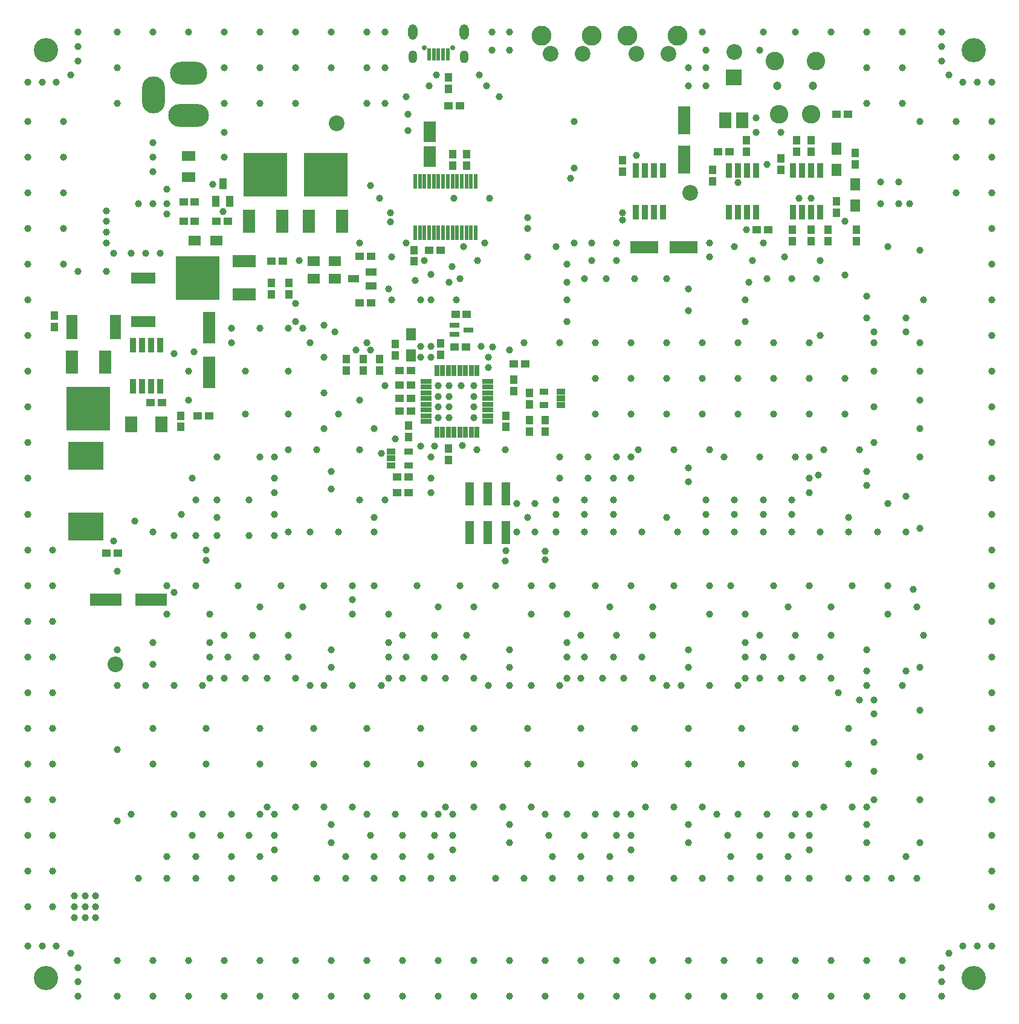
<source format=gts>
G04 #@! TF.GenerationSoftware,KiCad,Pcbnew,(5.0.0)*
G04 #@! TF.CreationDate,2018-09-01T12:46:00+09:00*
G04 #@! TF.ProjectId,LED_Board,4C45445F426F6172642E6B696361645F,rev?*
G04 #@! TF.SameCoordinates,PX4c4b400PY1312d00*
G04 #@! TF.FileFunction,Soldermask,Top*
G04 #@! TF.FilePolarity,Negative*
%FSLAX46Y46*%
G04 Gerber Fmt 4.6, Leading zero omitted, Abs format (unit mm)*
G04 Created by KiCad (PCBNEW (5.0.0)) date 09/01/18 12:46:00*
%MOMM*%
%LPD*%
G01*
G04 APERTURE LIST*
%ADD10C,2.200000*%
%ADD11C,3.400000*%
%ADD12R,1.400000X1.700000*%
%ADD13R,1.700000X1.400000*%
%ADD14R,1.700000X2.200000*%
%ADD15R,4.500000X1.800000*%
%ADD16R,1.200000X1.100000*%
%ADD17R,4.000000X1.800000*%
%ADD18R,1.800000X4.500000*%
%ADD19R,1.100000X1.200000*%
%ADD20R,1.800000X4.000000*%
%ADD21R,1.800000X2.900000*%
%ADD22R,0.600000X1.800000*%
%ADD23C,0.700000*%
%ADD24O,1.250000X1.800000*%
%ADD25O,1.290000X2.200000*%
%ADD26R,1.900000X1.400000*%
%ADD27O,5.200000X3.200000*%
%ADD28O,5.700000X3.200000*%
%ADD29O,3.200000X5.200000*%
%ADD30C,2.600000*%
%ADD31C,1.200000*%
%ADD32R,5.000000X4.000000*%
%ADD33R,1.200000X0.900000*%
%ADD34R,1.800000X3.200000*%
%ADD35R,6.200000X6.200000*%
%ADD36R,3.200000X1.800000*%
%ADD37R,1.000000X1.500000*%
%ADD38R,1.500000X1.000000*%
%ADD39R,3.500000X1.500000*%
%ADD40R,1.500000X3.500000*%
%ADD41R,1.800000X2.200000*%
%ADD42R,2.200000X2.200000*%
%ADD43C,2.800000*%
%ADD44R,0.900000X2.000000*%
%ADD45R,1.400000X0.800000*%
%ADD46R,0.600000X2.000000*%
%ADD47R,0.700000X1.600000*%
%ADD48R,1.600000X0.700000*%
%ADD49R,1.200000X3.300000*%
%ADD50C,1.000000*%
G04 APERTURE END LIST*
D10*
G04 #@! TO.C,*
X95250000Y-25000000D03*
G04 #@! TD*
D11*
G04 #@! TO.C,*
X5000000Y-135000000D03*
G04 #@! TD*
D12*
G04 #@! TO.C,D6*
X115800000Y-18800000D03*
X115800000Y-21800000D03*
G04 #@! TD*
G04 #@! TO.C,D7*
X118400000Y-23800000D03*
X118400000Y-26800000D03*
G04 #@! TD*
G04 #@! TO.C,D5*
X56200000Y-44800000D03*
X56200000Y-47800000D03*
G04 #@! TD*
D13*
G04 #@! TO.C,D1*
X45500000Y-37000000D03*
X42500000Y-37000000D03*
G04 #@! TD*
G04 #@! TO.C,D3*
X45500000Y-34600000D03*
X42500000Y-34600000D03*
G04 #@! TD*
G04 #@! TO.C,D2*
X25900000Y-31700000D03*
X28900000Y-31700000D03*
G04 #@! TD*
D14*
G04 #@! TO.C,D4*
X21200000Y-57400000D03*
X17000000Y-57400000D03*
G04 #@! TD*
D15*
G04 #@! TO.C,C1*
X19750000Y-82000000D03*
X13450000Y-82000000D03*
G04 #@! TD*
D16*
G04 #@! TO.C,C2*
X15100000Y-75500000D03*
X13500000Y-75500000D03*
G04 #@! TD*
D17*
G04 #@! TO.C,C3*
X94350000Y-32600000D03*
X88850000Y-32600000D03*
G04 #@! TD*
D18*
G04 #@! TO.C,C4*
X27900000Y-50150000D03*
X27900000Y-43850000D03*
G04 #@! TD*
D16*
G04 #@! TO.C,C5*
X50600000Y-33900000D03*
X49000000Y-33900000D03*
G04 #@! TD*
G04 #@! TO.C,C6*
X21300000Y-54400000D03*
X19700000Y-54400000D03*
G04 #@! TD*
D19*
G04 #@! TO.C,C7*
X85800000Y-20400000D03*
X85800000Y-22000000D03*
G04 #@! TD*
D20*
G04 #@! TO.C,C8*
X94400000Y-20350000D03*
X94400000Y-14850000D03*
G04 #@! TD*
D16*
G04 #@! TO.C,C9*
X62400000Y-42000000D03*
X64000000Y-42000000D03*
G04 #@! TD*
G04 #@! TO.C,C10*
X54600000Y-53800000D03*
X56200000Y-53800000D03*
G04 #@! TD*
G04 #@! TO.C,C11*
X54600000Y-55600000D03*
X56200000Y-55600000D03*
G04 #@! TD*
D19*
G04 #@! TO.C,C12*
X69500000Y-57800000D03*
X69500000Y-56200000D03*
G04 #@! TD*
D21*
G04 #@! TO.C,C13*
X58800000Y-16450000D03*
X58800000Y-19950000D03*
G04 #@! TD*
D19*
G04 #@! TO.C,C14*
X62000000Y-19600000D03*
X62000000Y-21200000D03*
G04 #@! TD*
D16*
G04 #@! TO.C,C15*
X60300000Y-33000000D03*
X58700000Y-33000000D03*
G04 #@! TD*
D19*
G04 #@! TO.C,C16*
X64000000Y-19600000D03*
X64000000Y-21200000D03*
G04 #@! TD*
G04 #@! TO.C,C17*
X75000000Y-56800000D03*
X75000000Y-58400000D03*
G04 #@! TD*
G04 #@! TO.C,C18*
X54000000Y-46200000D03*
X54000000Y-47800000D03*
G04 #@! TD*
G04 #@! TO.C,C19*
X49500000Y-48300000D03*
X49500000Y-49900000D03*
G04 #@! TD*
D16*
G04 #@! TO.C,C20*
X54200000Y-64800000D03*
X55800000Y-64800000D03*
G04 #@! TD*
D19*
G04 #@! TO.C,C21*
X115800000Y-26200000D03*
X115800000Y-27800000D03*
G04 #@! TD*
D16*
G04 #@! TO.C,C22*
X106200000Y-30200000D03*
X104600000Y-30200000D03*
G04 #@! TD*
D19*
G04 #@! TO.C,C23*
X108000000Y-21800000D03*
X108000000Y-20200000D03*
G04 #@! TD*
G04 #@! TO.C,C24*
X98400000Y-21800000D03*
X98400000Y-23400000D03*
G04 #@! TD*
G04 #@! TO.C,C25*
X114600000Y-31800000D03*
X114600000Y-30200000D03*
G04 #@! TD*
D22*
G04 #@! TO.C,CN2*
X61300000Y-5650000D03*
X60650000Y-5650000D03*
X60000000Y-5650000D03*
X59350000Y-5650000D03*
X58700000Y-5650000D03*
D23*
X62000000Y-4650000D03*
X58000000Y-4650000D03*
D24*
X63600000Y-5950000D03*
X56400000Y-5950000D03*
D25*
X63600000Y-2500000D03*
X56400000Y-2500000D03*
G04 #@! TD*
D26*
G04 #@! TO.C,F1*
X25000000Y-22800000D03*
X25000000Y-19800000D03*
G04 #@! TD*
D27*
G04 #@! TO.C,J1*
X25000000Y-8200000D03*
D28*
X25000000Y-14200000D03*
D29*
X20100000Y-11250000D03*
G04 #@! TD*
D30*
G04 #@! TO.C,J2*
X112900000Y-6500000D03*
X107100000Y-6500000D03*
D31*
X112500000Y-10000000D03*
X107500000Y-10000000D03*
D30*
X112250000Y-14000000D03*
X107750000Y-14000000D03*
G04 #@! TD*
D32*
G04 #@! TO.C,L1*
X10600000Y-71750000D03*
X10600000Y-61850000D03*
G04 #@! TD*
D33*
G04 #@! TO.C,OSC1*
X53400000Y-63150000D03*
X53400000Y-61250000D03*
X53400000Y-62200000D03*
X55800000Y-63150000D03*
X55800000Y-61250000D03*
G04 #@! TD*
D34*
G04 #@! TO.C,Q1*
X38100000Y-29000000D03*
X33500000Y-29000000D03*
D35*
X35800000Y-22500000D03*
G04 #@! TD*
D34*
G04 #@! TO.C,Q2*
X46500000Y-29000000D03*
X41900000Y-29000000D03*
D35*
X44200000Y-22500000D03*
G04 #@! TD*
D36*
G04 #@! TO.C,Q3*
X32800000Y-34600000D03*
X32800000Y-39200000D03*
D35*
X26300000Y-36900000D03*
G04 #@! TD*
D37*
G04 #@! TO.C,Q4*
X29800000Y-23700000D03*
X28850000Y-26200000D03*
X30750000Y-26200000D03*
G04 #@! TD*
D34*
G04 #@! TO.C,Q5*
X8700000Y-48700000D03*
X13300000Y-48700000D03*
D35*
X11000000Y-55200000D03*
G04 #@! TD*
D38*
G04 #@! TO.C,Q6*
X48100000Y-37050000D03*
X50600000Y-38000000D03*
X50600000Y-36100000D03*
G04 #@! TD*
D39*
G04 #@! TO.C,R1*
X18700000Y-36950000D03*
X18700000Y-43050000D03*
G04 #@! TD*
D16*
G04 #@! TO.C,R2*
X24300000Y-26300000D03*
X25900000Y-26300000D03*
G04 #@! TD*
D19*
G04 #@! TO.C,R3*
X36600000Y-39200000D03*
X36600000Y-37600000D03*
G04 #@! TD*
G04 #@! TO.C,R4*
X6200000Y-42200000D03*
X6200000Y-43800000D03*
G04 #@! TD*
D40*
G04 #@! TO.C,R5*
X14750000Y-43800000D03*
X8650000Y-43800000D03*
G04 #@! TD*
D16*
G04 #@! TO.C,R6*
X25900000Y-29000000D03*
X24300000Y-29000000D03*
G04 #@! TD*
D19*
G04 #@! TO.C,R7*
X39100000Y-37600000D03*
X39100000Y-39200000D03*
G04 #@! TD*
D16*
G04 #@! TO.C,R8*
X28900000Y-29000000D03*
X30500000Y-29000000D03*
G04 #@! TD*
D19*
G04 #@! TO.C,R9*
X61400000Y-62400000D03*
X61400000Y-60800000D03*
G04 #@! TD*
D16*
G04 #@! TO.C,R10*
X38200000Y-34600000D03*
X36600000Y-34600000D03*
G04 #@! TD*
D19*
G04 #@! TO.C,R11*
X23900000Y-57800000D03*
X23900000Y-56200000D03*
G04 #@! TD*
D16*
G04 #@! TO.C,R12*
X49000000Y-40400000D03*
X50600000Y-40400000D03*
G04 #@! TD*
G04 #@! TO.C,R13*
X26300000Y-56200000D03*
X27900000Y-56200000D03*
G04 #@! TD*
D19*
G04 #@! TO.C,R14*
X56600000Y-33000000D03*
X56600000Y-34600000D03*
G04 #@! TD*
D16*
G04 #@! TO.C,R15*
X63900000Y-46600000D03*
X62300000Y-46600000D03*
G04 #@! TD*
D19*
G04 #@! TO.C,R16*
X61400000Y-8800000D03*
X61400000Y-10400000D03*
G04 #@! TD*
D16*
G04 #@! TO.C,R17*
X63000000Y-12800000D03*
X61400000Y-12800000D03*
G04 #@! TD*
G04 #@! TO.C,R18*
X56200000Y-49900000D03*
X54600000Y-49900000D03*
G04 #@! TD*
D19*
G04 #@! TO.C,R19*
X72800000Y-58400000D03*
X72800000Y-56800000D03*
G04 #@! TD*
G04 #@! TO.C,R20*
X60300000Y-47700000D03*
X60300000Y-46100000D03*
G04 #@! TD*
G04 #@! TO.C,R21*
X72800000Y-53000000D03*
X72800000Y-54600000D03*
G04 #@! TD*
D16*
G04 #@! TO.C,R22*
X56200000Y-51900000D03*
X54600000Y-51900000D03*
G04 #@! TD*
D19*
G04 #@! TO.C,R23*
X51800000Y-49900000D03*
X51800000Y-48300000D03*
G04 #@! TD*
G04 #@! TO.C,R24*
X70600000Y-51200000D03*
X70600000Y-52800000D03*
G04 #@! TD*
G04 #@! TO.C,R25*
X47100000Y-48300000D03*
X47100000Y-49900000D03*
G04 #@! TD*
D16*
G04 #@! TO.C,R26*
X54200000Y-67000000D03*
X55800000Y-67000000D03*
G04 #@! TD*
D19*
G04 #@! TO.C,R27*
X55800000Y-59200000D03*
X55800000Y-57600000D03*
G04 #@! TD*
D16*
G04 #@! TO.C,R28*
X115800000Y-14000000D03*
X117400000Y-14000000D03*
G04 #@! TD*
D19*
G04 #@! TO.C,R29*
X118400000Y-19400000D03*
X118400000Y-21000000D03*
G04 #@! TD*
G04 #@! TO.C,R30*
X103200000Y-17600000D03*
X103200000Y-19200000D03*
G04 #@! TD*
D16*
G04 #@! TO.C,R31*
X100800000Y-19200000D03*
X99200000Y-19200000D03*
G04 #@! TD*
D19*
G04 #@! TO.C,R32*
X112200000Y-31800000D03*
X112200000Y-30200000D03*
G04 #@! TD*
G04 #@! TO.C,R33*
X112200000Y-17600000D03*
X112200000Y-19200000D03*
G04 #@! TD*
G04 #@! TO.C,R34*
X118600000Y-30200000D03*
X118600000Y-31800000D03*
G04 #@! TD*
G04 #@! TO.C,R35*
X110200000Y-19200000D03*
X110200000Y-17600000D03*
G04 #@! TD*
G04 #@! TO.C,R36*
X109600000Y-30200000D03*
X109600000Y-31800000D03*
G04 #@! TD*
D41*
G04 #@! TO.C,RV1*
X100225000Y-14800000D03*
X102575000Y-14800000D03*
D42*
X101400000Y-8800000D03*
G04 #@! TD*
D10*
G04 #@! TO.C,SW1*
X75750000Y-5500000D03*
X80250000Y-5500000D03*
D43*
X74500000Y-3000000D03*
X81500000Y-3000000D03*
G04 #@! TD*
D10*
G04 #@! TO.C,SW2*
X87750000Y-5500000D03*
X92250000Y-5500000D03*
D43*
X86500000Y-3000000D03*
X93500000Y-3000000D03*
G04 #@! TD*
D44*
G04 #@! TO.C,U1*
X21005000Y-52100000D03*
X21005000Y-46300000D03*
X19735000Y-52100000D03*
X19735000Y-46300000D03*
X18465000Y-52100000D03*
X18465000Y-46300000D03*
X17195000Y-52100000D03*
X17195000Y-46300000D03*
G04 #@! TD*
G04 #@! TO.C,U2*
X91505000Y-27700000D03*
X91505000Y-21900000D03*
X90235000Y-27700000D03*
X90235000Y-21900000D03*
X88965000Y-27700000D03*
X88965000Y-21900000D03*
X87695000Y-27700000D03*
X87695000Y-21900000D03*
G04 #@! TD*
D45*
G04 #@! TO.C,U3*
X62300000Y-44850000D03*
X62300000Y-43550000D03*
X64200000Y-44200000D03*
G04 #@! TD*
D46*
G04 #@! TO.C,U4*
X65225000Y-30600000D03*
X65225000Y-23400000D03*
X64575000Y-30600000D03*
X64575000Y-23400000D03*
X63925000Y-30600000D03*
X63925000Y-23400000D03*
X63275000Y-30600000D03*
X63275000Y-23400000D03*
X62625000Y-30600000D03*
X62625000Y-23400000D03*
X61975000Y-30600000D03*
X61975000Y-23400000D03*
X61325000Y-30600000D03*
X61325000Y-23400000D03*
X60675000Y-30600000D03*
X60675000Y-23400000D03*
X60025000Y-30600000D03*
X60025000Y-23400000D03*
X59375000Y-30600000D03*
X59375000Y-23400000D03*
X58725000Y-30600000D03*
X58725000Y-23400000D03*
X58075000Y-30600000D03*
X58075000Y-23400000D03*
X57425000Y-30600000D03*
X57425000Y-23400000D03*
X56775000Y-30600000D03*
X56775000Y-23400000D03*
G04 #@! TD*
D47*
G04 #@! TO.C,U5*
X59800000Y-49900000D03*
X60600000Y-49900000D03*
X61400000Y-49900000D03*
X62200000Y-49900000D03*
X63000000Y-49900000D03*
X63800000Y-49900000D03*
X64600000Y-49900000D03*
X65400000Y-49900000D03*
D48*
X66900000Y-51400000D03*
X66900000Y-52200000D03*
X66900000Y-53000000D03*
X66900000Y-53800000D03*
X66900000Y-54600000D03*
X66900000Y-55400000D03*
X66900000Y-56200000D03*
X66900000Y-57000000D03*
D47*
X65400000Y-58500000D03*
X64600000Y-58500000D03*
X63800000Y-58500000D03*
X63000000Y-58500000D03*
X62200000Y-58500000D03*
X61400000Y-58500000D03*
X60600000Y-58500000D03*
X59800000Y-58500000D03*
D48*
X58300000Y-57000000D03*
X58300000Y-56200000D03*
X58300000Y-55400000D03*
X58300000Y-54600000D03*
X58300000Y-53800000D03*
X58300000Y-53000000D03*
X58300000Y-52200000D03*
X58300000Y-51400000D03*
G04 #@! TD*
D33*
G04 #@! TO.C,U6*
X77200000Y-52850000D03*
X77200000Y-54750000D03*
X77200000Y-53800000D03*
X74800000Y-52850000D03*
X74800000Y-54750000D03*
G04 #@! TD*
D44*
G04 #@! TO.C,U7*
X109695000Y-21900000D03*
X109695000Y-27700000D03*
X110965000Y-21900000D03*
X110965000Y-27700000D03*
X112235000Y-21900000D03*
X112235000Y-27700000D03*
X113505000Y-21900000D03*
X113505000Y-27700000D03*
G04 #@! TD*
G04 #@! TO.C,U8*
X100695000Y-21900000D03*
X100695000Y-27700000D03*
X101965000Y-21900000D03*
X101965000Y-27700000D03*
X103235000Y-21900000D03*
X103235000Y-27700000D03*
X104505000Y-21900000D03*
X104505000Y-27700000D03*
G04 #@! TD*
D49*
G04 #@! TO.C,CN1*
X64360000Y-67200000D03*
X64360000Y-72600000D03*
X66900000Y-67200000D03*
X66900000Y-72600000D03*
X69440000Y-67200000D03*
X69440000Y-72600000D03*
G04 #@! TD*
D16*
G04 #@! TO.C,R62*
X70600000Y-49000000D03*
X72200000Y-49000000D03*
G04 #@! TD*
D11*
G04 #@! TO.C,*
X5000000Y-5000000D03*
G04 #@! TD*
G04 #@! TO.C,*
X135000000Y-5000000D03*
G04 #@! TD*
G04 #@! TO.C,*
X135000000Y-135000000D03*
G04 #@! TD*
D10*
G04 #@! TO.C,*
X14750000Y-91000000D03*
G04 #@! TD*
G04 #@! TO.C,*
X101500000Y-5250000D03*
G04 #@! TD*
G04 #@! TO.C,*
X45750000Y-15250000D03*
G04 #@! TD*
D50*
X27500000Y-76500000D03*
X59000000Y-67000000D03*
X52500000Y-68000000D03*
X53500000Y-34000000D03*
X117000000Y-29000000D03*
X103200000Y-30200000D03*
X69400000Y-76600000D03*
X69440000Y-75100000D03*
X75000000Y-76400000D03*
X75000000Y-75200000D03*
X27500000Y-75000000D03*
X53300000Y-29100000D03*
X53300000Y-27800000D03*
X72500000Y-28500000D03*
X72500000Y-30000000D03*
X9000000Y-123500000D03*
X10500000Y-123500000D03*
X12000000Y-123500000D03*
X9000000Y-125000000D03*
X10500000Y-125000000D03*
X12000000Y-125000000D03*
X12000000Y-126500000D03*
X10500000Y-126500000D03*
X9000000Y-126500000D03*
X85800000Y-28800000D03*
X85800000Y-27800000D03*
X58000000Y-34500000D03*
X60000000Y-56500000D03*
X61500000Y-56500000D03*
X21000000Y-33500000D03*
X19000000Y-33500000D03*
X17000000Y-33500000D03*
X13500000Y-27500000D03*
X13500000Y-29000000D03*
X13500000Y-30500000D03*
X13500000Y-32000000D03*
X14500000Y-33500000D03*
X77000000Y-65000000D03*
X81000000Y-65000000D03*
X84500000Y-65000000D03*
X120000000Y-89000000D03*
X120000000Y-92000000D03*
X48000000Y-80000000D03*
X38000000Y-80000000D03*
X32000000Y-80000000D03*
X26000000Y-80000000D03*
X48000000Y-82000000D03*
X48000000Y-84000000D03*
X28000000Y-88000000D03*
X30000000Y-87000000D03*
X34000000Y-87000000D03*
X39000000Y-87000000D03*
X20000000Y-88000000D03*
X20000000Y-91000000D03*
X15000000Y-89000000D03*
X22000000Y-84000000D03*
X15000000Y-78000000D03*
X60000000Y-52000000D03*
X61500000Y-52000000D03*
X61500000Y-53500000D03*
X61500000Y-55000000D03*
X60000000Y-55000000D03*
X60000000Y-53500000D03*
X65000000Y-52000000D03*
X65000000Y-53500000D03*
X65000000Y-55000000D03*
X65000000Y-56500000D03*
X66000000Y-46500000D03*
X67600000Y-46600000D03*
X67000000Y-48000000D03*
X67000000Y-49500000D03*
X98000000Y-32000000D03*
X98000000Y-34000000D03*
X76500000Y-32500000D03*
X79000000Y-32000000D03*
X81500000Y-32000000D03*
X85000000Y-32000000D03*
X78000000Y-35000000D03*
X78000000Y-37500000D03*
X80500000Y-37000000D03*
X83500000Y-37000000D03*
X87500000Y-37000000D03*
X92000000Y-37000000D03*
X95000000Y-38500000D03*
X95000000Y-41500000D03*
X101500000Y-32500000D03*
X105500000Y-32000000D03*
X120000000Y-39500000D03*
X120000000Y-42500000D03*
X117000000Y-36500000D03*
X113000000Y-37000000D03*
X109500000Y-37000000D03*
X106000000Y-37000000D03*
X103500000Y-37500000D03*
X123000000Y-32500000D03*
X104000000Y-34500000D03*
X122000000Y-23500000D03*
X124500000Y-23500000D03*
X122000000Y-26500000D03*
X124500000Y-26500000D03*
X117500000Y-70500000D03*
X117500000Y-72500000D03*
X127500000Y-72000000D03*
X127500000Y-62000000D03*
X127500000Y-58000000D03*
X127500000Y-54000000D03*
X127500000Y-50000000D03*
X127500000Y-46000000D03*
X128000000Y-40000000D03*
X127500000Y-33000000D03*
X125500000Y-42500000D03*
X120000000Y-64000000D03*
X120000000Y-66000000D03*
X113500000Y-72500000D03*
X95000000Y-63500000D03*
X95000000Y-65500000D03*
X73500000Y-68500000D03*
X72500000Y-70500000D03*
X73500000Y-72500000D03*
X71000000Y-72500000D03*
X71000000Y-68500000D03*
X45000000Y-64000000D03*
X45000000Y-66500000D03*
X49000000Y-68000000D03*
X51000000Y-70500000D03*
X42000000Y-72500000D03*
X46000000Y-72500000D03*
X51000000Y-72500000D03*
X29000000Y-68000000D03*
X33500000Y-68000000D03*
X37000000Y-67000000D03*
X37000000Y-70000000D03*
X29000000Y-70500000D03*
X29000000Y-73000000D03*
X33500000Y-73000000D03*
X37000000Y-73000000D03*
X39000000Y-72500000D03*
X26000000Y-68000000D03*
X24000000Y-70000000D03*
X26000000Y-73000000D03*
X23000000Y-73000000D03*
X17500000Y-71000000D03*
X20000000Y-72500000D03*
X18000000Y-26500000D03*
X20000000Y-26500000D03*
X22000000Y-26500000D03*
X22000000Y-28000000D03*
X22000000Y-24500000D03*
X20000000Y-22000000D03*
X20000000Y-20000000D03*
X20000000Y-18000000D03*
X30500000Y-90000000D03*
X34500000Y-90000000D03*
X39000000Y-90000000D03*
X45000000Y-91500000D03*
X45000000Y-89000000D03*
X55500000Y-90000000D03*
X59500000Y-90000000D03*
X63500000Y-90000000D03*
X70000000Y-89000000D03*
X70000000Y-91500000D03*
X80500000Y-90000000D03*
X84500000Y-90000000D03*
X88500000Y-90000000D03*
X95000000Y-89000000D03*
X95000000Y-91500000D03*
X105500000Y-90000000D03*
X109500000Y-90000000D03*
X113500000Y-90000000D03*
X120000000Y-113500000D03*
X120000000Y-116000000D03*
X117500000Y-121000000D03*
X125500000Y-118000000D03*
X127000000Y-121000000D03*
X123500000Y-121000000D03*
X100500000Y-115000000D03*
X105000000Y-115000000D03*
X109500000Y-115000000D03*
X95000000Y-113500000D03*
X95000000Y-116000000D03*
X93000000Y-121000000D03*
X101000000Y-121000000D03*
X105000000Y-121000000D03*
X109000000Y-121000000D03*
X112000000Y-121000000D03*
X112000000Y-117000000D03*
X109000000Y-118000000D03*
X105000000Y-118000000D03*
X101000000Y-118000000D03*
X75500000Y-115000000D03*
X80500000Y-115000000D03*
X85000000Y-115000000D03*
X70000000Y-113500000D03*
X70000000Y-116000000D03*
X68000000Y-121000000D03*
X76000000Y-121000000D03*
X80000000Y-121000000D03*
X84000000Y-121000000D03*
X87000000Y-121000000D03*
X84000000Y-118000000D03*
X80000000Y-118000000D03*
X76000000Y-118000000D03*
X50500000Y-115000000D03*
X55000000Y-115000000D03*
X59500000Y-115000000D03*
X45000000Y-113500000D03*
X45000000Y-116000000D03*
X43000000Y-121000000D03*
X51000000Y-121000000D03*
X55000000Y-121000000D03*
X59000000Y-121000000D03*
X62000000Y-121000000D03*
X59000000Y-118000000D03*
X55000000Y-118000000D03*
X51000000Y-118000000D03*
X47000000Y-118000000D03*
X25500000Y-115000000D03*
X29500000Y-115000000D03*
X33500000Y-115000000D03*
X18000000Y-121000000D03*
X22000000Y-121000000D03*
X26000000Y-121000000D03*
X31000000Y-121000000D03*
X37000000Y-121000000D03*
X35000000Y-118000000D03*
X26000000Y-118000000D03*
X22000000Y-118000000D03*
X127500000Y-116000000D03*
X127500000Y-110000000D03*
X127500000Y-104000000D03*
X127500000Y-97500000D03*
X127500000Y-91500000D03*
X125500000Y-92000000D03*
X126500000Y-80500000D03*
X127000000Y-83000000D03*
X128000000Y-87000000D03*
X51000000Y-80000000D03*
X57000000Y-80000000D03*
X73000000Y-80000000D03*
X53000000Y-84000000D03*
X63000000Y-80000000D03*
X68000000Y-80000000D03*
X73000000Y-84000000D03*
X64000000Y-87000000D03*
X59500000Y-87000000D03*
X55000000Y-87000000D03*
X53000000Y-88000000D03*
X48500000Y-47000000D03*
X50500000Y-47000000D03*
X63000000Y-37000000D03*
X65500000Y-34500000D03*
X59000000Y-36450000D03*
X57500000Y-46500000D03*
X59000000Y-46500000D03*
X59000000Y-48000000D03*
X57500000Y-48000000D03*
X57500000Y-40000000D03*
X59000000Y-40000000D03*
X62500000Y-40000000D03*
X54000000Y-59500000D03*
X52000000Y-61500000D03*
X57500000Y-60500000D03*
X59500000Y-60500000D03*
X104500000Y-16500000D03*
X104500000Y-14500000D03*
X2500000Y-15000000D03*
X2500000Y-20000000D03*
X2500000Y-25000000D03*
X2500000Y-30000000D03*
X2500000Y-35000000D03*
X2500000Y-40000000D03*
X2500000Y-45000000D03*
X2500000Y-50000000D03*
X2500000Y-55000000D03*
X2500000Y-60000000D03*
X2500000Y-65000000D03*
X2500000Y-70000000D03*
X2500000Y-75000000D03*
X2500000Y-80000000D03*
X2500000Y-85000000D03*
X2500000Y-90000000D03*
X2500000Y-95000000D03*
X2500000Y-100000000D03*
X2500000Y-105000000D03*
X2500000Y-110000000D03*
X2500000Y-115000000D03*
X2500000Y-120000000D03*
X2500000Y-125000000D03*
X15000000Y-137500000D03*
X20000000Y-137500000D03*
X25000000Y-137500000D03*
X30000000Y-137500000D03*
X35000000Y-137500000D03*
X40000000Y-137500000D03*
X45000000Y-137500000D03*
X50000000Y-137500000D03*
X55000000Y-137500000D03*
X60000000Y-137500000D03*
X65000000Y-137500000D03*
X70000000Y-137500000D03*
X75000000Y-137500000D03*
X80000000Y-137500000D03*
X85000000Y-137500000D03*
X90000000Y-137500000D03*
X95000000Y-137500000D03*
X100000000Y-137500000D03*
X105000000Y-137500000D03*
X110000000Y-137500000D03*
X115000000Y-137500000D03*
X120000000Y-137500000D03*
X125000000Y-137500000D03*
X137500000Y-125000000D03*
X137500000Y-120000000D03*
X137500000Y-115000000D03*
X137500000Y-110000000D03*
X137500000Y-105000000D03*
X137500000Y-100000000D03*
X137500000Y-95000000D03*
X137500000Y-90000000D03*
X137500000Y-85000000D03*
X137500000Y-80000000D03*
X137500000Y-75000000D03*
X137500000Y-70000000D03*
X137500000Y-65000000D03*
X137500000Y-60000000D03*
X137500000Y-55000000D03*
X137500000Y-50000000D03*
X137500000Y-45000000D03*
X137500000Y-40000000D03*
X137500000Y-35000000D03*
X137500000Y-30000000D03*
X137500000Y-25000000D03*
X137500000Y-20000000D03*
X137500000Y-15000000D03*
X125000000Y-2500000D03*
X120000000Y-2500000D03*
X115000000Y-2500000D03*
X110000000Y-2500000D03*
X105500000Y-2500000D03*
X97000000Y-2500000D03*
X15000000Y-2500000D03*
X20000000Y-2500000D03*
X25000000Y-2500000D03*
X30000000Y-2500000D03*
X35000000Y-2500000D03*
X40000000Y-2500000D03*
X45000000Y-2500000D03*
X50000000Y-2500000D03*
X67500000Y-2500000D03*
X70000000Y-2500000D03*
X52500000Y-2500000D03*
X7500000Y-15000000D03*
X7500000Y-20000000D03*
X7500000Y-25000000D03*
X7500000Y-30000000D03*
X7500000Y-35000000D03*
X6000000Y-125000000D03*
X6000000Y-120000000D03*
X6000000Y-115000000D03*
X6000000Y-110000000D03*
X6000000Y-105000000D03*
X6000000Y-100000000D03*
X6000000Y-95000000D03*
X6000000Y-90000000D03*
X6000000Y-80000000D03*
X6000000Y-85000000D03*
X6000000Y-75000000D03*
X15000000Y-132500000D03*
X20000000Y-132500000D03*
X25000000Y-132500000D03*
X30000000Y-132500000D03*
X35000000Y-132500000D03*
X40000000Y-132500000D03*
X45000000Y-132500000D03*
X50000000Y-132500000D03*
X55000000Y-132500000D03*
X60000000Y-132500000D03*
X65000000Y-132500000D03*
X70000000Y-132500000D03*
X75000000Y-132500000D03*
X80000000Y-132500000D03*
X85000000Y-132500000D03*
X90000000Y-132500000D03*
X95000000Y-132500000D03*
X100000000Y-132500000D03*
X105000000Y-132500000D03*
X110000000Y-132500000D03*
X115000000Y-132500000D03*
X120000000Y-132500000D03*
X125000000Y-132500000D03*
X132500000Y-15000000D03*
X132500000Y-20000000D03*
X132500000Y-25000000D03*
X125000000Y-7500000D03*
X125000000Y-12500000D03*
X127500000Y-15000000D03*
X120000000Y-7500000D03*
X120000000Y-12500000D03*
X105000000Y-5000000D03*
X97500000Y-5000000D03*
X97500000Y-7500000D03*
X95000000Y-7500000D03*
X95000000Y-10000000D03*
X97500000Y-10000000D03*
X67500000Y-5000000D03*
X70000000Y-5000000D03*
X30000000Y-7500000D03*
X35000000Y-7500000D03*
X40000000Y-7500000D03*
X45000000Y-7500000D03*
X50000000Y-7500000D03*
X52500000Y-7500000D03*
X52500000Y-12500000D03*
X50000000Y-12500000D03*
X40000000Y-12500000D03*
X35000000Y-12500000D03*
X30000000Y-12500000D03*
X15000000Y-7500000D03*
X15000000Y-12500000D03*
X70000000Y-47000000D03*
X15000000Y-94000000D03*
X19000000Y-94000000D03*
X23000000Y-94000000D03*
X27000000Y-94000000D03*
X30000000Y-93000000D03*
X33000000Y-93000000D03*
X36000000Y-93000000D03*
X40000000Y-93000000D03*
X42000000Y-94000000D03*
X44000000Y-94000000D03*
X48000000Y-94000000D03*
X52000000Y-94000000D03*
X55000000Y-93000000D03*
X58000000Y-93000000D03*
X61000000Y-93000000D03*
X65000000Y-93000000D03*
X67000000Y-94000000D03*
X70000000Y-94000000D03*
X73000000Y-94000000D03*
X77000000Y-94000000D03*
X80000000Y-93000000D03*
X83000000Y-93000000D03*
X86000000Y-93000000D03*
X90000000Y-93000000D03*
X92000000Y-94000000D03*
X94000000Y-94000000D03*
X98000000Y-94000000D03*
X102000000Y-94000000D03*
X105000000Y-93000000D03*
X108000000Y-93000000D03*
X111000000Y-93000000D03*
X115000000Y-93000000D03*
X116000000Y-95000000D03*
X119000000Y-96000000D03*
X121000000Y-96000000D03*
X121000000Y-98000000D03*
X121000000Y-102000000D03*
X121000000Y-106000000D03*
X121000000Y-110000000D03*
X120000000Y-111000000D03*
X118000000Y-111000000D03*
X114000000Y-111000000D03*
X110000000Y-112000000D03*
X106000000Y-112000000D03*
X102000000Y-112000000D03*
X99000000Y-112000000D03*
X97000000Y-111000000D03*
X93000000Y-111000000D03*
X89000000Y-111000000D03*
X85000000Y-112000000D03*
X82000000Y-112000000D03*
X78000000Y-112000000D03*
X75000000Y-112000000D03*
X73000000Y-111000000D03*
X69000000Y-111000000D03*
X65000000Y-111000000D03*
X61000000Y-111000000D03*
X60000000Y-112000000D03*
X58000000Y-112000000D03*
X54000000Y-112000000D03*
X50000000Y-112000000D03*
X48000000Y-111000000D03*
X44000000Y-111000000D03*
X40000000Y-111000000D03*
X36000000Y-111000000D03*
X35000000Y-112000000D03*
X31000000Y-112000000D03*
X27000000Y-112000000D03*
X23000000Y-112000000D03*
X31000000Y-44000000D03*
X35000000Y-44000000D03*
X39000000Y-44000000D03*
X41000000Y-44000000D03*
X42000000Y-46000000D03*
X44000000Y-48000000D03*
X44000000Y-53000000D03*
X44000000Y-58000000D03*
X43000000Y-61000000D03*
X39000000Y-61000000D03*
X35000000Y-62000000D03*
X29000000Y-62000000D03*
X23000000Y-47500000D03*
X25000000Y-50000000D03*
X25000000Y-54000000D03*
X25750000Y-47250000D03*
X31000000Y-46000000D03*
X62000000Y-117000000D03*
X37000000Y-117000000D03*
X87000000Y-117000000D03*
X23000000Y-81000000D03*
X44000000Y-80000000D03*
X28000000Y-84000000D03*
X76000000Y-80000000D03*
X78000000Y-84000000D03*
X78000000Y-88000000D03*
X80000000Y-87000000D03*
X85000000Y-87000000D03*
X90000000Y-87000000D03*
X98000000Y-84000000D03*
X98000000Y-80000000D03*
X93000000Y-80000000D03*
X87000000Y-80000000D03*
X82000000Y-80000000D03*
X101000000Y-80000000D03*
X103000000Y-84000000D03*
X103000000Y-88000000D03*
X105000000Y-87000000D03*
X110000000Y-87000000D03*
X115000000Y-87000000D03*
X123000000Y-84000000D03*
X123000000Y-80000000D03*
X118000000Y-80000000D03*
X112000000Y-80000000D03*
X107000000Y-80000000D03*
X97000000Y-121000000D03*
X72000000Y-121000000D03*
X120000000Y-121000000D03*
X47000000Y-121000000D03*
X31000000Y-118000000D03*
X15000000Y-113000000D03*
X17000000Y-112000000D03*
X49000000Y-61000000D03*
X51000000Y-58000000D03*
X46000000Y-56000000D03*
X49000000Y-54000000D03*
X33000000Y-50000000D03*
X33000000Y-56000000D03*
X39000000Y-56000000D03*
X39000000Y-50000000D03*
X60000000Y-83000000D03*
X65000000Y-83000000D03*
X41000000Y-83000000D03*
X35000000Y-83000000D03*
X84000000Y-83000000D03*
X90000000Y-83000000D03*
X109000000Y-83000000D03*
X115000000Y-83000000D03*
X20000000Y-100000000D03*
X27500000Y-100000000D03*
X35000000Y-100000000D03*
X42500000Y-100000000D03*
X50000000Y-100000000D03*
X57500000Y-100000000D03*
X65000000Y-100000000D03*
X72500000Y-100000000D03*
X80000000Y-100000000D03*
X87500000Y-100000000D03*
X95000000Y-100000000D03*
X102500000Y-100000000D03*
X110000000Y-100000000D03*
X117500000Y-100000000D03*
X117500000Y-105000000D03*
X110000000Y-105000000D03*
X102500000Y-105000000D03*
X95000000Y-105000000D03*
X87500000Y-105000000D03*
X80000000Y-105000000D03*
X72500000Y-105000000D03*
X65000000Y-105000000D03*
X57500000Y-105000000D03*
X50000000Y-105000000D03*
X42500000Y-105000000D03*
X35000000Y-105000000D03*
X27500000Y-105000000D03*
X20000000Y-105000000D03*
X15000000Y-103000000D03*
X8500000Y-131500000D03*
X9500000Y-133500000D03*
X9500000Y-135500000D03*
X9500000Y-137500000D03*
X6500000Y-130500000D03*
X4500000Y-130500000D03*
X2500000Y-130500000D03*
X131500000Y-131500000D03*
X133500000Y-130500000D03*
X135500000Y-130500000D03*
X137500000Y-130500000D03*
X130500000Y-133500000D03*
X130500000Y-135500000D03*
X130500000Y-137500000D03*
X131500000Y-8500000D03*
X133500000Y-9500000D03*
X135500000Y-9500000D03*
X137500000Y-9500000D03*
X130500000Y-6500000D03*
X130500000Y-4500000D03*
X130500000Y-2500000D03*
X8500000Y-8500000D03*
X9500000Y-6500000D03*
X9500000Y-4500000D03*
X9500000Y-2500000D03*
X6500000Y-9500000D03*
X4500000Y-9500000D03*
X2500000Y-9500000D03*
X72000000Y-46000000D03*
X77000000Y-46000000D03*
X82000000Y-46000000D03*
X87000000Y-46000000D03*
X92000000Y-46000000D03*
X97000000Y-46000000D03*
X102000000Y-46000000D03*
X107000000Y-46000000D03*
X112000000Y-46000000D03*
X121000000Y-46000000D03*
X121000000Y-50000000D03*
X121000000Y-55000000D03*
X121000000Y-60000000D03*
X119000000Y-61000000D03*
X114000000Y-61000000D03*
X110000000Y-62000000D03*
X105000000Y-62000000D03*
X100000000Y-62000000D03*
X98000000Y-61000000D03*
X93000000Y-61000000D03*
X88000000Y-61000000D03*
X85000000Y-62000000D03*
X81000000Y-62000000D03*
X77000000Y-62000000D03*
X82000000Y-51000000D03*
X87000000Y-51000000D03*
X92000000Y-51000000D03*
X97000000Y-51000000D03*
X102000000Y-51000000D03*
X107000000Y-51000000D03*
X112000000Y-51000000D03*
X117000000Y-51000000D03*
X117000000Y-56000000D03*
X112000000Y-56000000D03*
X107000000Y-56000000D03*
X102000000Y-56000000D03*
X97000000Y-56000000D03*
X92000000Y-56000000D03*
X87000000Y-56000000D03*
X82000000Y-56000000D03*
X88500000Y-72500000D03*
X84500000Y-72500000D03*
X80500000Y-72500000D03*
X76500000Y-72500000D03*
X76500000Y-68000000D03*
X80500000Y-68000000D03*
X84500000Y-68000000D03*
X84500000Y-70000000D03*
X80500000Y-70000000D03*
X76500000Y-70000000D03*
X109500000Y-72500000D03*
X105500000Y-72500000D03*
X101500000Y-72500000D03*
X97500000Y-72500000D03*
X93500000Y-72500000D03*
X92000000Y-70500000D03*
X97500000Y-68000000D03*
X101500000Y-68000000D03*
X105500000Y-68000000D03*
X109500000Y-68000000D03*
X109500000Y-70000000D03*
X105500000Y-70000000D03*
X101500000Y-70000000D03*
X97500000Y-70000000D03*
X121500000Y-72500000D03*
X125500000Y-72500000D03*
X125500000Y-67500000D03*
X123000000Y-68500000D03*
X81500000Y-34500000D03*
X85000000Y-34500000D03*
X113500000Y-34500000D03*
X108500000Y-34000000D03*
X66500000Y-32000000D03*
X63500000Y-32500000D03*
X72500000Y-34000000D03*
X55500000Y-32000000D03*
X44000000Y-43500000D03*
X45500000Y-44500000D03*
X14500000Y-73750000D03*
X113250000Y-64500000D03*
X112000000Y-67000000D03*
X78500000Y-23000000D03*
X87750000Y-19750000D03*
X110500000Y-25750000D03*
X55750000Y-14000000D03*
X55750000Y-16250000D03*
X51750000Y-25750000D03*
X50500000Y-24000000D03*
X40500000Y-34500000D03*
X49000000Y-32000000D03*
X55500000Y-11500000D03*
X68500000Y-11500000D03*
X101965000Y-23565000D03*
X112200000Y-25800000D03*
X69400000Y-61000000D03*
X65400000Y-61000000D03*
X63200000Y-52000000D03*
X63400000Y-60400000D03*
X106000000Y-21000000D03*
X108000000Y-16500000D03*
X52500000Y-52000000D03*
X113500000Y-45000000D03*
X126000000Y-26500000D03*
X79000000Y-21500000D03*
X79000000Y-15000000D03*
X62200000Y-25800000D03*
X67200000Y-25800000D03*
X30000000Y-20000000D03*
X30000000Y-16500000D03*
X13500000Y-36000000D03*
X9500000Y-36000000D03*
X40000000Y-40500000D03*
X40000000Y-43000000D03*
X53500000Y-40000000D03*
X50000000Y-46000000D03*
X78000000Y-40000000D03*
X78000000Y-43000000D03*
X103000000Y-43000000D03*
X103000000Y-40000000D03*
X125500000Y-44500000D03*
X121000000Y-44500000D03*
X112000000Y-65000000D03*
X112000000Y-62000000D03*
X87000000Y-65000000D03*
X87000000Y-62000000D03*
X59000000Y-65000000D03*
X59000000Y-62000000D03*
X37000000Y-65000000D03*
X37000000Y-62000000D03*
X22000000Y-80000000D03*
X25500000Y-65000000D03*
X28000000Y-90000000D03*
X28000000Y-93000000D03*
X53000000Y-93000000D03*
X53000000Y-90000000D03*
X78000000Y-93000000D03*
X78000000Y-90000000D03*
X103000000Y-93000000D03*
X103000000Y-90000000D03*
X120000000Y-94000000D03*
X125000000Y-94000000D03*
X112000000Y-112000000D03*
X112000000Y-115000000D03*
X87000000Y-115000000D03*
X87000000Y-112000000D03*
X62000000Y-115000000D03*
X62000000Y-112000000D03*
X37000000Y-115000000D03*
X37000000Y-112000000D03*
X29800000Y-27600000D03*
X28400000Y-23800000D03*
X56750000Y-37250000D03*
X61500000Y-37500000D03*
X61899999Y-35350001D03*
X53000000Y-38500000D03*
X66750000Y-10000000D03*
X58750000Y-10000000D03*
X59750000Y-8500000D03*
X65750000Y-8500000D03*
M02*

</source>
